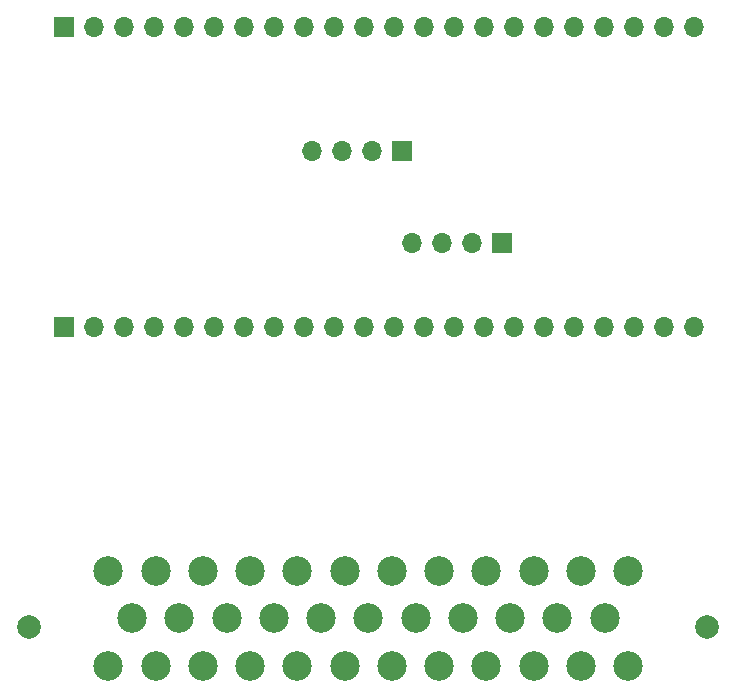
<source format=gbr>
%TF.GenerationSoftware,KiCad,Pcbnew,8.0.8*%
%TF.CreationDate,2025-02-23T18:35:03+01:00*%
%TF.ProjectId,espio,65737069-6f2e-46b6-9963-61645f706362,rev?*%
%TF.SameCoordinates,Original*%
%TF.FileFunction,Soldermask,Bot*%
%TF.FilePolarity,Negative*%
%FSLAX46Y46*%
G04 Gerber Fmt 4.6, Leading zero omitted, Abs format (unit mm)*
G04 Created by KiCad (PCBNEW 8.0.8) date 2025-02-23 18:35:03*
%MOMM*%
%LPD*%
G01*
G04 APERTURE LIST*
%ADD10R,1.700000X1.700000*%
%ADD11O,1.700000X1.700000*%
%ADD12C,2.000000*%
%ADD13C,2.500000*%
G04 APERTURE END LIST*
D10*
%TO.C,U3*%
X113919000Y-104392000D03*
D11*
X116459000Y-104392000D03*
X118999000Y-104392000D03*
X121539000Y-104392000D03*
X124079000Y-104392000D03*
X126619000Y-104392000D03*
X129159000Y-104392000D03*
X131699000Y-104392000D03*
X134239000Y-104392000D03*
X136779000Y-104392000D03*
X139319000Y-104392000D03*
X141859000Y-104392000D03*
X144399000Y-104392000D03*
X146939000Y-104392000D03*
X149479000Y-104392000D03*
X152019000Y-104392000D03*
X154559000Y-104392000D03*
X157099000Y-104392000D03*
X159639000Y-104392000D03*
X162179000Y-104392000D03*
X164719000Y-104392000D03*
X167259000Y-104392000D03*
%TD*%
D12*
%TO.C,P1*%
X110967000Y-129815000D03*
X168367000Y-129815000D03*
D13*
X117667000Y-125095000D03*
X121667000Y-125095000D03*
X125667000Y-125095000D03*
X129667000Y-125095000D03*
X133667000Y-125095000D03*
X137667000Y-125095000D03*
X141667000Y-125095000D03*
X145667000Y-125095000D03*
X149667000Y-125095000D03*
X153667000Y-125095000D03*
X157667000Y-125095000D03*
X161667000Y-125095000D03*
X119667000Y-129095000D03*
X123667000Y-129095000D03*
X127667000Y-129095000D03*
X131667000Y-129095000D03*
X135667000Y-129095000D03*
X139667000Y-129095000D03*
X143667000Y-129095000D03*
X147667000Y-129095000D03*
X151667000Y-129095000D03*
X155667000Y-129095000D03*
X159667000Y-129095000D03*
X117667000Y-133095000D03*
X121667000Y-133095000D03*
X125667000Y-133095000D03*
X129667000Y-133095000D03*
X133667000Y-133095000D03*
X137667000Y-133095000D03*
X141667000Y-133095000D03*
X145667000Y-133095000D03*
X149667000Y-133095000D03*
X153667000Y-133095000D03*
X157667000Y-133095000D03*
X161667000Y-133095000D03*
%TD*%
D10*
%TO.C,U2*%
X113919000Y-78994000D03*
D11*
X116459000Y-78994000D03*
X118999000Y-78994000D03*
X121539000Y-78994000D03*
X124079000Y-78994000D03*
X126619000Y-78994000D03*
X129159000Y-78994000D03*
X131699000Y-78994000D03*
X134239000Y-78994000D03*
X136779000Y-78994000D03*
X139319000Y-78994000D03*
X141859000Y-78994000D03*
X144399000Y-78994000D03*
X146939000Y-78994000D03*
X149479000Y-78994000D03*
X152019000Y-78994000D03*
X154559000Y-78994000D03*
X157099000Y-78994000D03*
X159639000Y-78994000D03*
X162179000Y-78994000D03*
X164719000Y-78994000D03*
X167259000Y-78994000D03*
%TD*%
D10*
%TO.C,J2*%
X150993000Y-97282000D03*
D11*
X148453000Y-97282000D03*
X145913000Y-97282000D03*
X143373000Y-97282000D03*
%TD*%
D10*
%TO.C,J1*%
X142484000Y-89535000D03*
D11*
X139944000Y-89535000D03*
X137404000Y-89535000D03*
X134864000Y-89535000D03*
%TD*%
M02*

</source>
